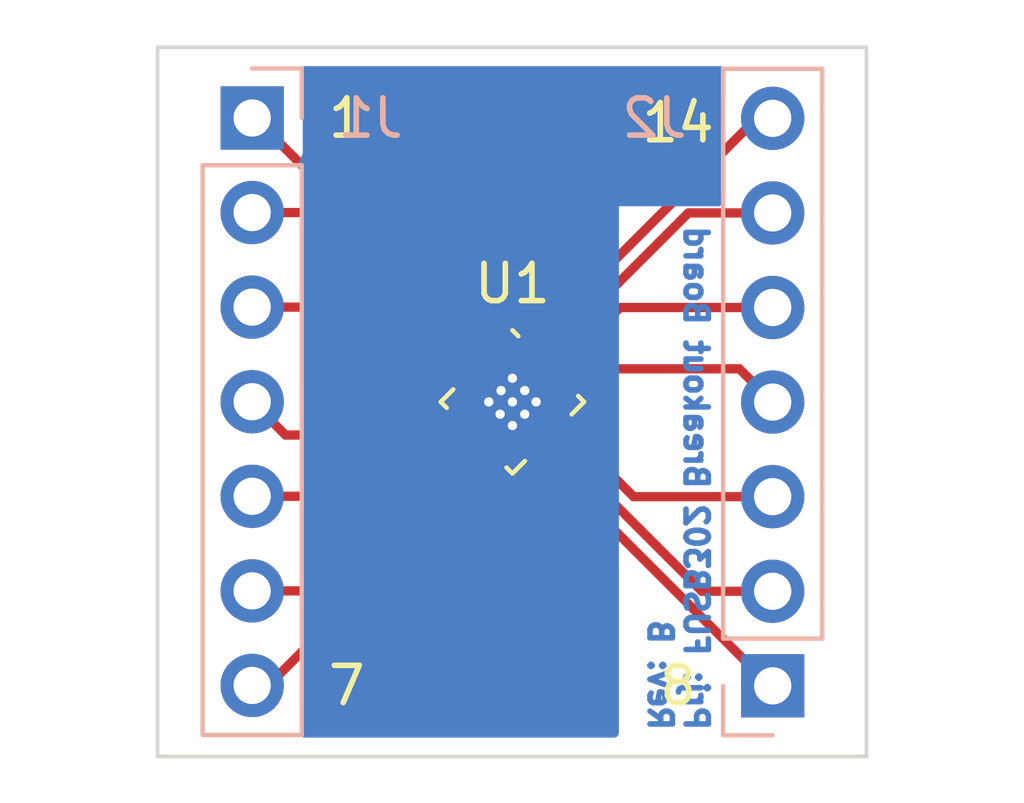
<source format=kicad_pcb>
(kicad_pcb (version 20211014) (generator pcbnew)
  (title_block (title "FUSB302 Breakout Board") (date "2023-03-07") (rev "B") (company "ElektroNik Zoller") (comment 1 "Nikolai Zoller") (comment 4 "CERN-OHL-P"))
  (layers (0 "F.Cu" signal) (31 "B.Cu" signal) (34 "B.Paste" user) (35 "F.Paste" user) (36 "B.SilkS" user "B.Silkscreen") (37 "F.SilkS" user "F.Silkscreen") (38 "B.Mask" user) (39 "F.Mask" user) (44 "Edge.Cuts" user))
  (net 0 "")
  (net 1 "CC1")
  (net 2 "VBUS")
  (net 3 "VDD")
  (net 4 "INT_N")
  (net 5 "SCL")
  (net 6 "SDA")
  (net 7 "GND")
  (net 8 "VCONN")
  (net 9 "CC2")
  (footprint "Package_DFN_QFN:WQFN-14-1EP_2.5x2.5mm_P0.5mm_EP1.45x1.45mm" (layer "F.Cu") (at 149.86 114.935 -45)
    (fp_text reference "U1" (at -2.245064 -2.245064) (layer "F.SilkS"))
    (fp_text value "FUSB302BMPX")
    (fp_line (start 1.135 -1.36) (end 1.36 -1.36) (layer "F.SilkS") (width 0.12))
    (fp_line (start 1.36 -1.36) (end 1.36 -0.885) (layer "F.SilkS") (width 0.12))
    (fp_line (start -1.135 1.36) (end -1.36 1.36) (layer "F.SilkS") (width 0.12))
    (fp_line (start -1.36 1.36) (end -1.36 0.885) (layer "F.SilkS") (width 0.12))
    (fp_line (start -1.135 -1.36) (end -1.36 -1.36) (layer "F.SilkS") (width 0.12))
    (fp_line (start 1.36 1.36) (end 1.36 0.885) (layer "F.SilkS") (width 0.12))
    (fp_line (start 1.135 1.36) (end 1.36 1.36) (layer "F.SilkS") (width 0.12))
    (pad "1" smd roundrect (at -1.2625 -0.5 315) (size 0.675 0.25) (layers "F.Cu" "F.Paste" "F.Mask") (net 9 "CC2"))
    (pad "2" smd roundrect (at -1.2625 0 315) (size 0.675 0.25) (layers "F.Cu" "F.Paste" "F.Mask") (net 2 "VBUS"))
    (pad "3" smd roundrect (at -1.2625 0.5 315) (size 0.675 0.25) (layers "F.Cu" "F.Paste" "F.Mask") (net 3 "VDD"))
    (pad "4" smd roundrect (at -0.75 1.2625 315) (size 0.25 0.675) (layers "F.Cu" "F.Paste" "F.Mask") (net 3 "VDD"))
    (pad "5" smd roundrect (at -0.25 1.2625 315) (size 0.25 0.675) (layers "F.Cu" "F.Paste" "F.Mask") (net 4 "INT_N"))
    (pad "6" smd roundrect (at 0.25 1.2625 315) (size 0.25 0.675) (layers "F.Cu" "F.Paste" "F.Mask") (net 5 "SCL"))
    (pad "7" smd roundrect (at 0.75 1.2625 315) (size 0.25 0.675) (layers "F.Cu" "F.Paste" "F.Mask") (net 6 "SDA"))
    (pad "8" smd roundrect (at 1.2625 0.5 315) (size 0.675 0.25) (layers "F.Cu" "F.Paste" "F.Mask") (net 7 "GND"))
    (pad "9" smd roundrect (at 1.2625 0 315) (size 0.675 0.25) (layers "F.Cu" "F.Paste" "F.Mask") (net 7 "GND"))
    (pad "10" smd roundrect (at 1.2625 -0.5 315) (size 0.675 0.25) (layers "F.Cu" "F.Paste" "F.Mask") (net 1 "CC1"))
    (pad "11" smd roundrect (at 0.75 -1.2625 315) (size 0.25 0.675) (layers "F.Cu" "F.Paste" "F.Mask") (net 1 "CC1"))
    (pad "12" smd roundrect (at 0.25 -1.2625 315) (size 0.25 0.675) (layers "F.Cu" "F.Paste" "F.Mask") (net 8 "VCONN"))
    (pad "13" smd roundrect (at -0.25 -1.2625 315) (size 0.25 0.675) (layers "F.Cu" "F.Paste" "F.Mask") (net 8 "VCONN"))
    (pad "14" smd roundrect (at -0.75 -1.2625 315) (size 0.25 0.675) (layers "F.Cu" "F.Paste" "F.Mask") (net 9 "CC2"))
    (pad "15" smd rect (at 0 0 315) (size 1.45 1.45) (layers "F.Cu" "F.Mask") (net 7 "GND"))
  )
  (footprint "drawings:elektronik-emblem_3x3.5_solder" (layer "B.Cu") (at 149.86 109.22 180)
    (fp_text reference "G***" hide)
    (fp_text value "LOGO" hide)
  )
  (footprint "Connector_PinHeader_2.54mm:PinHeader_1x07_P2.54mm_Vertical" (layer "B.Cu") (at 156.845 122.56)
    (fp_text reference "J2" (at -3.175 -15.245) (layer "B.SilkS") (effects (justify mirror)))
    (fp_text value "Conn_01x07_Male")
    (fp_line (start 1.33 -1.27) (end 1.33 -16.57) (layer "B.SilkS") (width 0.12))
    (fp_line (start -1.33 -1.27) (end -1.33 -16.57) (layer "B.SilkS") (width 0.12))
    (fp_line (start -1.33 -1.27) (end 1.33 -1.27) (layer "B.SilkS") (width 0.12))
    (fp_line (start -1.33 1.33) (end 0 1.33) (layer "B.SilkS") (width 0.12))
    (fp_line (start -1.33 0) (end -1.33 1.33) (layer "B.SilkS") (width 0.12))
    (fp_line (start -1.33 -16.57) (end 1.33 -16.57) (layer "B.SilkS") (width 0.12))
    (pad "1" thru_hole rect (at 0 0) (size 1.7 1.7) (drill 1) (layers *.Cu *.Mask) (net 7 "GND"))
    (pad "2" thru_hole oval (at 0 -2.54) (size 1.7 1.7) (drill 1) (layers *.Cu *.Mask) (net 7 "GND"))
    (pad "3" thru_hole oval (at 0 -5.08) (size 1.7 1.7) (drill 1) (layers *.Cu *.Mask) (net 1 "CC1"))
    (pad "4" thru_hole oval (at 0 -7.62) (size 1.7 1.7) (drill 1) (layers *.Cu *.Mask) (net 1 "CC1"))
    (pad "5" thru_hole oval (at 0 -10.16) (size 1.7 1.7) (drill 1) (layers *.Cu *.Mask) (net 8 "VCONN"))
    (pad "6" thru_hole oval (at 0 -12.7) (size 1.7 1.7) (drill 1) (layers *.Cu *.Mask) (net 8 "VCONN"))
    (pad "7" thru_hole oval (at 0 -15.24) (size 1.7 1.7) (drill 1) (layers *.Cu *.Mask) (net 9 "CC2"))
  )
  (footprint "Connector_PinHeader_2.54mm:PinHeader_1x07_P2.54mm_Vertical" (layer "B.Cu") (at 142.875 107.31 180)
    (fp_text reference "J1" (at -3.175 -0.005) (layer "B.SilkS") (effects (justify mirror)))
    (fp_text value "Conn_01x07_Male")
    (fp_line (start -1.33 -16.57) (end 1.33 -16.57) (layer "B.SilkS") (width 0.12))
    (fp_line (start -1.33 -1.27) (end 1.33 -1.27) (layer "B.SilkS") (width 0.12))
    (fp_line (start -1.33 0) (end -1.33 1.33) (layer "B.SilkS") (width 0.12))
    (fp_line (start 1.33 -1.27) (end 1.33 -16.57) (layer "B.SilkS") (width 0.12))
    (fp_line (start -1.33 -1.27) (end -1.33 -16.57) (layer "B.SilkS") (width 0.12))
    (fp_line (start -1.33 1.33) (end 0 1.33) (layer "B.SilkS") (width 0.12))
    (pad "1" thru_hole rect (at 0 0 180) (size 1.7 1.7) (drill 1) (layers *.Cu *.Mask) (net 9 "CC2"))
    (pad "2" thru_hole oval (at 0 -2.54 180) (size 1.7 1.7) (drill 1) (layers *.Cu *.Mask) (net 2 "VBUS"))
    (pad "3" thru_hole oval (at 0 -5.08 180) (size 1.7 1.7) (drill 1) (layers *.Cu *.Mask) (net 3 "VDD"))
    (pad "4" thru_hole oval (at 0 -7.62 180) (size 1.7 1.7) (drill 1) (layers *.Cu *.Mask) (net 3 "VDD"))
    (pad "5" thru_hole oval (at 0 -10.16 180) (size 1.7 1.7) (drill 1) (layers *.Cu *.Mask) (net 4 "INT_N"))
    (pad "6" thru_hole oval (at 0 -12.7 180) (size 1.7 1.7) (drill 1) (layers *.Cu *.Mask) (net 5 "SCL"))
    (pad "7" thru_hole oval (at 0 -15.24 180) (size 1.7 1.7) (drill 1) (layers *.Cu *.Mask) (net 6 "SDA"))
  )
  (gr_rect (start 140.335 105.41) (end 159.365 124.46) (layer "Edge.Cuts") (width 0.1) (fill none))
  (gr_text "Prj: ${TITLE}\nRev: ${REVISION}" (at 154.305 123.825 270) (layer "B.Cu") (effects (font (size 0.6 0.6)) (justify left mirror)))
  (gr_text "7" (at 145.415 122.555) (layer "F.SilkS") (effects (font (size 1 1))))
  (gr_text "8" (at 154.305 122.555) (layer "F.SilkS") (effects (font (size 1 1))))
  (gr_text "14" (at 154.305 107.44) (layer "F.SilkS") (effects (font (size 1 1))))
  (gr_text "1" (at 145.415 107.315) (layer "F.SilkS") (effects (font (size 1 1))))
  (segment (start 156.845 114.94) (end 155.951 114.046) (width 0.25) (layer "F.Cu") (net 1))
  (segment (start 151.80966 114.046) (end 151.283052 114.572608) (width 0.25) (layer "F.Cu") (net 1))
  (segment (start 153.112107 117.48) (end 151.106276 115.474169) (width 0.25) (layer "F.Cu") (net 1))
  (segment (start 156.845 117.48) (end 153.112107 117.48) (width 0.25) (layer "F.Cu") (net 1))
  (segment (start 155.951 114.046) (end 151.80966 114.046) (width 0.25) (layer "F.Cu") (net 1))
  (segment (start 142.875 109.85) (end 144.775 109.85) (width 0.25) (layer "F.Cu") (net 2))
  (segment (start 144.775 109.85) (end 148.967278 114.042278) (width 0.25) (layer "F.Cu") (net 2))
  (segment (start 143.769 115.824) (end 147.91034 115.824) (width 0.25) (layer "F.Cu") (net 3))
  (segment (start 146.607893 112.39) (end 148.613724 114.395831) (width 0.25) (layer "F.Cu") (net 3))
  (segment (start 147.91034 115.824) (end 148.436948 115.297392) (width 0.25) (layer "F.Cu") (net 3))
  (segment (start 142.875 114.93) (end 143.769 115.824) (width 0.25) (layer "F.Cu") (net 3))
  (segment (start 142.875 112.39) (end 146.607893 112.39) (width 0.25) (layer "F.Cu") (net 3))
  (segment (start 142.875 117.47) (end 146.971447 117.47) (width 0.25) (layer "F.Cu") (net 4))
  (segment (start 146.971447 117.47) (end 148.790501 115.650946) (width 0.25) (layer "F.Cu") (net 4))
  (segment (start 142.875 120.01) (end 145.138553 120.01) (width 0.25) (layer "F.Cu") (net 5))
  (segment (start 145.138553 120.01) (end 149.144054 116.004499) (width 0.25) (layer "F.Cu") (net 5))
  (segment (start 142.875 122.55) (end 143.30566 122.55) (width 0.25) (layer "F.Cu") (net 6))
  (segment (start 143.30566 122.55) (end 149.497608 116.358052) (width 0.25) (layer "F.Cu") (net 6))
  (segment (start 156.845 122.56) (end 156.777893 122.56) (width 0.25) (layer "F.Cu") (net 7))
  (segment (start 154.945 120.02) (end 150.752722 115.827722) (width 0.25) (layer "F.Cu") (net 7))
  (segment (start 156.777893 122.56) (end 150.399169 116.181276) (width 0.25) (layer "F.Cu") (net 7))
  (segment (start 156.845 120.02) (end 154.945 120.02) (width 0.25) (layer "F.Cu") (net 7))
  (via (at 149.86 114.3) (size 0.4) (drill 0.25) (layers "F.Cu" "B.Cu") (net 7))
  (via (at 149.86 114.935) (size 0.4) (drill 0.25) (layers "F.Cu" "B.Cu") (net 7))
  (via (at 149.5552 114.6302) (size 0.4) (drill 0.25) (layers "F.Cu" "B.Cu") (net 7))
  (via (at 150.1902 115.2652) (size 0.4) (drill 0.25) (layers "F.Cu" "B.Cu") (net 7))
  (via (at 149.5298 115.2652) (size 0.4) (drill 0.25) (layers "F.Cu" "B.Cu") (net 7))
  (via (at 150.1902 114.6302) (size 0.4) (drill 0.25) (layers "F.Cu" "B.Cu") (net 7))
  (via (at 149.225 114.935) (size 0.4) (drill 0.25) (layers "F.Cu" "B.Cu") (net 7))
  (via (at 150.495 114.935) (size 0.4) (drill 0.25) (layers "F.Cu" "B.Cu") (net 7))
  (via (at 149.86 115.57) (size 0.4) (drill 0.25) (layers "F.Cu" "B.Cu") (net 7))
  (segment (start 156.845 112.4) (end 152.748553 112.4) (width 0.25) (layer "F.Cu") (net 8))
  (segment (start 152.748553 112.4) (end 150.929499 114.219054) (width 0.25) (layer "F.Cu") (net 8))
  (segment (start 156.845 109.86) (end 154.581447 109.86) (width 0.25) (layer "F.Cu") (net 8))
  (segment (start 154.581447 109.86) (end 150.575946 113.865501) (width 0.25) (layer "F.Cu") (net 8))
  (segment (start 142.942107 107.31) (end 149.320831 113.688724) (width 0.25) (layer "F.Cu") (net 9))
  (segment (start 156.845 107.32) (end 156.41434 107.32) (width 0.25) (layer "F.Cu") (net 9))
  (segment (start 156.41434 107.32) (end 150.222392 113.511948) (width 0.25) (layer "F.Cu") (net 9))
  (segment (start 142.875 107.31) (end 142.942107 107.31) (width 0.25) (layer "F.Cu") (net 9))
  (zone (net 7) (net_name "GND") (layer "B.Cu") (connect_pads (clearance 0.508)) (min_thickness 0.254) (fill yes (thermal_gap 0.508) (thermal_bridge_width 0.508))
    (polygon (pts (xy 155.575 124.46) (xy 144.145 124.46) (xy 144.145 105.41) (xy 155.575 105.41)))
  )
)
</source>
